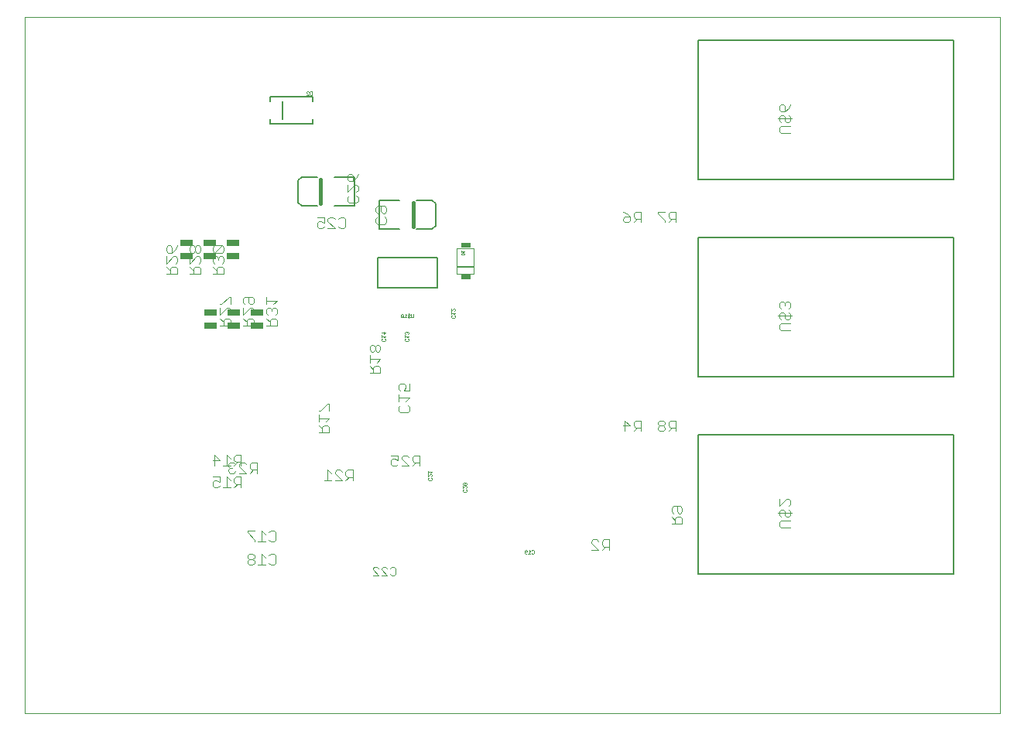
<source format=gbo>
G75*
%MOIN*%
%OFA0B0*%
%FSLAX25Y25*%
%IPPOS*%
%LPD*%
%AMOC8*
5,1,8,0,0,1.08239X$1,22.5*
%
%ADD10C,0.00000*%
%ADD11C,0.00100*%
%ADD12C,0.00400*%
%ADD13C,0.00300*%
%ADD14C,0.00800*%
%ADD15C,0.01575*%
%ADD16R,0.03937X0.02362*%
%ADD17C,0.00394*%
%ADD18R,0.07283X0.00787*%
%ADD19R,0.05512X0.02559*%
%ADD20C,0.00500*%
D10*
X0001000Y0001667D02*
X0001000Y0301667D01*
X0421000Y0301667D01*
X0421000Y0001667D01*
X0001000Y0001667D01*
D11*
X0174950Y0102547D02*
X0174950Y0103048D01*
X0175200Y0103298D01*
X0174950Y0103770D02*
X0175951Y0104771D01*
X0176201Y0104771D01*
X0176451Y0104521D01*
X0176451Y0104020D01*
X0176201Y0103770D01*
X0176201Y0103298D02*
X0176451Y0103048D01*
X0176451Y0102547D01*
X0176201Y0102297D01*
X0175200Y0102297D01*
X0174950Y0102547D01*
X0174950Y0103770D02*
X0174950Y0104771D01*
X0174950Y0105243D02*
X0174950Y0106244D01*
X0174950Y0105744D02*
X0176451Y0105744D01*
X0175951Y0105243D01*
X0189950Y0100994D02*
X0189950Y0100494D01*
X0190200Y0100243D01*
X0191201Y0101244D01*
X0190200Y0101244D01*
X0189950Y0100994D01*
X0190200Y0100243D02*
X0191201Y0100243D01*
X0191451Y0100494D01*
X0191451Y0100994D01*
X0191201Y0101244D01*
X0191201Y0099771D02*
X0191451Y0099521D01*
X0191451Y0099020D01*
X0191201Y0098770D01*
X0191201Y0098298D02*
X0191451Y0098048D01*
X0191451Y0097547D01*
X0191201Y0097297D01*
X0190200Y0097297D01*
X0189950Y0097547D01*
X0189950Y0098048D01*
X0190200Y0098298D01*
X0189950Y0098770D02*
X0190951Y0099771D01*
X0191201Y0099771D01*
X0189950Y0099771D02*
X0189950Y0098770D01*
X0216673Y0072118D02*
X0217173Y0072118D01*
X0217423Y0071868D01*
X0217423Y0071618D01*
X0217173Y0071367D01*
X0216422Y0071367D01*
X0216422Y0070867D02*
X0216422Y0071868D01*
X0216673Y0072118D01*
X0216422Y0070867D02*
X0216673Y0070617D01*
X0217173Y0070617D01*
X0217423Y0070867D01*
X0217896Y0070617D02*
X0218897Y0070617D01*
X0218396Y0070617D02*
X0218396Y0072118D01*
X0218897Y0071618D01*
X0219369Y0071868D02*
X0219619Y0072118D01*
X0220120Y0072118D01*
X0220370Y0071868D01*
X0220370Y0070867D01*
X0220120Y0070617D01*
X0219619Y0070617D01*
X0219369Y0070867D01*
X0166201Y0162297D02*
X0165200Y0162297D01*
X0164950Y0162547D01*
X0164950Y0163048D01*
X0165200Y0163298D01*
X0164950Y0163770D02*
X0164950Y0164771D01*
X0164950Y0164271D02*
X0166451Y0164271D01*
X0165951Y0163770D01*
X0166201Y0163298D02*
X0166451Y0163048D01*
X0166451Y0162547D01*
X0166201Y0162297D01*
X0166201Y0165243D02*
X0166451Y0165494D01*
X0166451Y0165994D01*
X0166201Y0166244D01*
X0165951Y0166244D01*
X0165701Y0165994D01*
X0165450Y0166244D01*
X0165200Y0166244D01*
X0164950Y0165994D01*
X0164950Y0165494D01*
X0165200Y0165243D01*
X0165701Y0165744D02*
X0165701Y0165994D01*
X0166619Y0172116D02*
X0166619Y0174118D01*
X0166369Y0173868D02*
X0166119Y0173618D01*
X0166369Y0173868D02*
X0166870Y0173868D01*
X0167120Y0173618D01*
X0167120Y0173368D01*
X0166870Y0173117D01*
X0166369Y0173117D01*
X0166119Y0172867D01*
X0166119Y0172617D01*
X0166369Y0172367D01*
X0166870Y0172367D01*
X0167120Y0172617D01*
X0167592Y0172617D02*
X0167592Y0173868D01*
X0168593Y0173868D02*
X0168593Y0172617D01*
X0168343Y0172367D01*
X0167842Y0172367D01*
X0167592Y0172617D01*
X0165647Y0172367D02*
X0164646Y0172367D01*
X0165146Y0172367D02*
X0165146Y0173868D01*
X0165647Y0173368D01*
X0164173Y0173618D02*
X0163923Y0173868D01*
X0163423Y0173868D01*
X0163172Y0173618D01*
X0164173Y0172617D01*
X0163923Y0172367D01*
X0163423Y0172367D01*
X0163172Y0172617D01*
X0163172Y0173618D01*
X0164173Y0173618D02*
X0164173Y0172617D01*
X0156451Y0165994D02*
X0155701Y0165243D01*
X0155701Y0166244D01*
X0156451Y0165994D02*
X0154950Y0165994D01*
X0154950Y0164771D02*
X0154950Y0163770D01*
X0154950Y0164271D02*
X0156451Y0164271D01*
X0155951Y0163770D01*
X0156201Y0163298D02*
X0156451Y0163048D01*
X0156451Y0162547D01*
X0156201Y0162297D01*
X0155200Y0162297D01*
X0154950Y0162547D01*
X0154950Y0163048D01*
X0155200Y0163298D01*
X0184950Y0172547D02*
X0185200Y0172297D01*
X0186201Y0172297D01*
X0186451Y0172547D01*
X0186451Y0173048D01*
X0186201Y0173298D01*
X0185951Y0173770D02*
X0186451Y0174271D01*
X0184950Y0174271D01*
X0184950Y0174771D02*
X0184950Y0173770D01*
X0185200Y0173298D02*
X0184950Y0173048D01*
X0184950Y0172547D01*
X0184950Y0175243D02*
X0185951Y0176244D01*
X0186201Y0176244D01*
X0186451Y0175994D01*
X0186451Y0175494D01*
X0186201Y0175243D01*
X0184950Y0175243D02*
X0184950Y0176244D01*
X0189259Y0199428D02*
X0189259Y0199979D01*
X0189443Y0200162D01*
X0190177Y0200162D01*
X0190360Y0199979D01*
X0190360Y0199428D01*
X0189259Y0199428D01*
X0189259Y0200533D02*
X0189259Y0201267D01*
X0189259Y0200900D02*
X0190360Y0200900D01*
X0189993Y0200533D01*
X0124950Y0268217D02*
X0124199Y0268217D01*
X0123949Y0268467D01*
X0123949Y0269468D01*
X0124199Y0269718D01*
X0124950Y0269718D01*
X0124950Y0268217D01*
X0123477Y0268217D02*
X0122476Y0269218D01*
X0122476Y0269468D01*
X0122726Y0269718D01*
X0123227Y0269718D01*
X0123477Y0269468D01*
X0123477Y0268217D02*
X0122476Y0268217D01*
D12*
X0140904Y0234144D02*
X0141672Y0234144D01*
X0142439Y0233376D01*
X0142439Y0231075D01*
X0140904Y0231075D01*
X0140137Y0231842D01*
X0140137Y0233376D01*
X0140904Y0234144D01*
X0142439Y0231075D02*
X0143974Y0232609D01*
X0144741Y0234144D01*
X0143974Y0229540D02*
X0143206Y0229540D01*
X0140137Y0226471D01*
X0140137Y0229540D01*
X0143974Y0229540D02*
X0144741Y0228773D01*
X0144741Y0227238D01*
X0143974Y0226471D01*
X0143974Y0224936D02*
X0144741Y0224169D01*
X0144741Y0222634D01*
X0143974Y0221867D01*
X0140904Y0221867D01*
X0140137Y0222634D01*
X0140137Y0224169D01*
X0140904Y0224936D01*
X0138533Y0215471D02*
X0139300Y0214703D01*
X0139300Y0211634D01*
X0138533Y0210867D01*
X0136998Y0210867D01*
X0136231Y0211634D01*
X0134696Y0210867D02*
X0131627Y0213936D01*
X0131627Y0214703D01*
X0132394Y0215471D01*
X0133929Y0215471D01*
X0134696Y0214703D01*
X0136231Y0214703D02*
X0136998Y0215471D01*
X0138533Y0215471D01*
X0134696Y0210867D02*
X0131627Y0210867D01*
X0130092Y0211634D02*
X0129325Y0210867D01*
X0127790Y0210867D01*
X0127023Y0211634D01*
X0127023Y0213169D01*
X0127790Y0213936D01*
X0128558Y0213936D01*
X0130092Y0213169D01*
X0130092Y0215471D01*
X0127023Y0215471D01*
X0152263Y0214961D02*
X0152263Y0213426D01*
X0153030Y0212659D01*
X0156100Y0212659D01*
X0156867Y0213426D01*
X0156867Y0214961D01*
X0156100Y0215728D01*
X0156100Y0217263D02*
X0155332Y0217263D01*
X0154565Y0218030D01*
X0154565Y0220332D01*
X0156100Y0220332D02*
X0156867Y0219565D01*
X0156867Y0218030D01*
X0156100Y0217263D01*
X0156100Y0220332D02*
X0153030Y0220332D01*
X0152263Y0219565D01*
X0152263Y0218030D01*
X0153030Y0217263D01*
X0153030Y0215728D02*
X0152263Y0214961D01*
X0109804Y0179609D02*
X0105200Y0179609D01*
X0105200Y0178075D02*
X0105200Y0181144D01*
X0108269Y0178075D02*
X0109804Y0179609D01*
X0109037Y0176540D02*
X0108269Y0176540D01*
X0107502Y0175773D01*
X0106735Y0176540D01*
X0105967Y0176540D01*
X0105200Y0175773D01*
X0105200Y0174238D01*
X0105967Y0173471D01*
X0105200Y0171936D02*
X0106735Y0170401D01*
X0106735Y0171169D02*
X0106735Y0168867D01*
X0105200Y0168867D02*
X0109804Y0168867D01*
X0109804Y0171169D01*
X0109037Y0171936D01*
X0107502Y0171936D01*
X0106735Y0171169D01*
X0109037Y0173471D02*
X0109804Y0174238D01*
X0109804Y0175773D01*
X0109037Y0176540D01*
X0107502Y0175773D02*
X0107502Y0175005D01*
X0099804Y0174238D02*
X0099037Y0173471D01*
X0099804Y0174238D02*
X0099804Y0175773D01*
X0099037Y0176540D01*
X0098269Y0176540D01*
X0095200Y0173471D01*
X0095200Y0176540D01*
X0095967Y0178075D02*
X0095200Y0178842D01*
X0095200Y0180376D01*
X0095967Y0181144D01*
X0099037Y0181144D01*
X0099804Y0180376D01*
X0099804Y0178842D01*
X0099037Y0178075D01*
X0098269Y0178075D01*
X0097502Y0178842D01*
X0097502Y0181144D01*
X0089804Y0181144D02*
X0089804Y0178075D01*
X0089037Y0176540D02*
X0089804Y0175773D01*
X0089804Y0174238D01*
X0089037Y0173471D01*
X0089037Y0171936D02*
X0087502Y0171936D01*
X0086735Y0171169D01*
X0086735Y0168867D01*
X0086735Y0170401D02*
X0085200Y0171936D01*
X0085200Y0173471D02*
X0088269Y0176540D01*
X0089037Y0176540D01*
X0085967Y0178075D02*
X0089037Y0181144D01*
X0089804Y0181144D01*
X0085967Y0178075D02*
X0085200Y0178075D01*
X0085200Y0176540D02*
X0085200Y0173471D01*
X0089037Y0171936D02*
X0089804Y0171169D01*
X0089804Y0168867D01*
X0085200Y0168867D01*
X0095200Y0168867D02*
X0099804Y0168867D01*
X0099804Y0171169D01*
X0099037Y0171936D01*
X0097502Y0171936D01*
X0096735Y0171169D01*
X0096735Y0168867D01*
X0096735Y0170401D02*
X0095200Y0171936D01*
X0086804Y0191055D02*
X0082200Y0191055D01*
X0083735Y0191055D02*
X0083735Y0193357D01*
X0084502Y0194124D01*
X0086037Y0194124D01*
X0086804Y0193357D01*
X0086804Y0191055D01*
X0083735Y0192589D02*
X0082200Y0194124D01*
X0082967Y0195659D02*
X0082200Y0196426D01*
X0082200Y0197961D01*
X0082967Y0198728D01*
X0083735Y0198728D01*
X0084502Y0197961D01*
X0084502Y0197193D01*
X0084502Y0197961D02*
X0085269Y0198728D01*
X0086037Y0198728D01*
X0086804Y0197961D01*
X0086804Y0196426D01*
X0086037Y0195659D01*
X0086037Y0200263D02*
X0082967Y0200263D01*
X0086037Y0203332D01*
X0082967Y0203332D01*
X0082200Y0202565D01*
X0082200Y0201030D01*
X0082967Y0200263D01*
X0086037Y0200263D02*
X0086804Y0201030D01*
X0086804Y0202565D01*
X0086037Y0203332D01*
X0076804Y0202565D02*
X0076037Y0203332D01*
X0075269Y0203332D01*
X0074502Y0202565D01*
X0074502Y0201030D01*
X0075269Y0200263D01*
X0076037Y0200263D01*
X0076804Y0201030D01*
X0076804Y0202565D01*
X0074502Y0202565D02*
X0073735Y0203332D01*
X0072967Y0203332D01*
X0072200Y0202565D01*
X0072200Y0201030D01*
X0072967Y0200263D01*
X0073735Y0200263D01*
X0074502Y0201030D01*
X0075269Y0198728D02*
X0076037Y0198728D01*
X0076804Y0197961D01*
X0076804Y0196426D01*
X0076037Y0195659D01*
X0076037Y0194124D02*
X0074502Y0194124D01*
X0073735Y0193357D01*
X0073735Y0191055D01*
X0073735Y0192589D02*
X0072200Y0194124D01*
X0072200Y0195659D02*
X0075269Y0198728D01*
X0072200Y0198728D02*
X0072200Y0195659D01*
X0076037Y0194124D02*
X0076804Y0193357D01*
X0076804Y0191055D01*
X0072200Y0191055D01*
X0066804Y0191055D02*
X0066804Y0193357D01*
X0066037Y0194124D01*
X0064502Y0194124D01*
X0063735Y0193357D01*
X0063735Y0191055D01*
X0063735Y0192589D02*
X0062200Y0194124D01*
X0062200Y0195659D02*
X0065269Y0198728D01*
X0066037Y0198728D01*
X0066804Y0197961D01*
X0066804Y0196426D01*
X0066037Y0195659D01*
X0062200Y0195659D02*
X0062200Y0198728D01*
X0062967Y0200263D02*
X0062200Y0201030D01*
X0062200Y0202565D01*
X0062967Y0203332D01*
X0063735Y0203332D01*
X0064502Y0202565D01*
X0064502Y0200263D01*
X0062967Y0200263D01*
X0064502Y0200263D02*
X0066037Y0201797D01*
X0066804Y0203332D01*
X0066804Y0191055D02*
X0062200Y0191055D01*
X0128467Y0132013D02*
X0131537Y0135082D01*
X0132304Y0135082D01*
X0132304Y0132013D01*
X0132304Y0128943D02*
X0127700Y0128943D01*
X0127700Y0127409D02*
X0127700Y0130478D01*
X0127700Y0132013D02*
X0128467Y0132013D01*
X0132304Y0128943D02*
X0130769Y0127409D01*
X0130002Y0125874D02*
X0129235Y0125107D01*
X0129235Y0122805D01*
X0129235Y0124339D02*
X0127700Y0125874D01*
X0130002Y0125874D02*
X0131537Y0125874D01*
X0132304Y0125107D01*
X0132304Y0122805D01*
X0127700Y0122805D01*
X0131619Y0106721D02*
X0131619Y0102117D01*
X0130085Y0102117D02*
X0133154Y0102117D01*
X0134689Y0102117D02*
X0137758Y0102117D01*
X0134689Y0105186D01*
X0134689Y0105953D01*
X0135456Y0106721D01*
X0136991Y0106721D01*
X0137758Y0105953D01*
X0139293Y0105953D02*
X0139293Y0104419D01*
X0140060Y0103651D01*
X0142362Y0103651D01*
X0142362Y0102117D02*
X0142362Y0106721D01*
X0140060Y0106721D01*
X0139293Y0105953D01*
X0140827Y0103651D02*
X0139293Y0102117D01*
X0133154Y0105186D02*
X0131619Y0106721D01*
X0158835Y0109134D02*
X0159602Y0108367D01*
X0161137Y0108367D01*
X0161904Y0109134D01*
X0161904Y0110669D02*
X0160369Y0111436D01*
X0159602Y0111436D01*
X0158835Y0110669D01*
X0158835Y0109134D01*
X0161904Y0110669D02*
X0161904Y0112971D01*
X0158835Y0112971D01*
X0163439Y0112203D02*
X0163439Y0111436D01*
X0166508Y0108367D01*
X0163439Y0108367D01*
X0168043Y0108367D02*
X0169577Y0109901D01*
X0168810Y0109901D02*
X0171112Y0109901D01*
X0171112Y0108367D02*
X0171112Y0112971D01*
X0168810Y0112971D01*
X0168043Y0112203D01*
X0168043Y0110669D01*
X0168810Y0109901D01*
X0166508Y0112203D02*
X0165741Y0112971D01*
X0164206Y0112971D01*
X0163439Y0112203D01*
X0162967Y0131555D02*
X0162200Y0132322D01*
X0162200Y0133857D01*
X0162967Y0134624D01*
X0162200Y0136159D02*
X0162200Y0139228D01*
X0162200Y0137693D02*
X0166804Y0137693D01*
X0165269Y0136159D01*
X0166037Y0134624D02*
X0166804Y0133857D01*
X0166804Y0132322D01*
X0166037Y0131555D01*
X0162967Y0131555D01*
X0162967Y0140763D02*
X0162200Y0141530D01*
X0162200Y0143065D01*
X0162967Y0143832D01*
X0164502Y0143832D01*
X0165269Y0143065D01*
X0165269Y0142297D01*
X0164502Y0140763D01*
X0166804Y0140763D01*
X0166804Y0143832D01*
X0154304Y0148367D02*
X0154304Y0150669D01*
X0153537Y0151436D01*
X0152002Y0151436D01*
X0151235Y0150669D01*
X0151235Y0148367D01*
X0151235Y0149901D02*
X0149700Y0151436D01*
X0149700Y0152971D02*
X0149700Y0156040D01*
X0149700Y0154505D02*
X0154304Y0154505D01*
X0152769Y0152971D01*
X0154304Y0148367D02*
X0149700Y0148367D01*
X0150467Y0157575D02*
X0151235Y0157575D01*
X0152002Y0158342D01*
X0152002Y0159876D01*
X0151235Y0160644D01*
X0150467Y0160644D01*
X0149700Y0159876D01*
X0149700Y0158342D01*
X0150467Y0157575D01*
X0152002Y0158342D02*
X0152769Y0157575D01*
X0153537Y0157575D01*
X0154304Y0158342D01*
X0154304Y0159876D01*
X0153537Y0160644D01*
X0152769Y0160644D01*
X0152002Y0159876D01*
X0094300Y0113096D02*
X0091998Y0113096D01*
X0091231Y0112328D01*
X0091231Y0110794D01*
X0091998Y0110026D01*
X0094300Y0110026D01*
X0094206Y0109846D02*
X0095741Y0109846D01*
X0096508Y0109078D01*
X0098043Y0109078D02*
X0098043Y0107544D01*
X0098810Y0106776D01*
X0101112Y0106776D01*
X0101112Y0105242D02*
X0101112Y0109846D01*
X0098810Y0109846D01*
X0098043Y0109078D01*
X0099577Y0106776D02*
X0098043Y0105242D01*
X0096508Y0105242D02*
X0093439Y0108311D01*
X0093439Y0109078D01*
X0094206Y0109846D01*
X0094300Y0108492D02*
X0094300Y0113096D01*
X0092765Y0110026D02*
X0091231Y0108492D01*
X0091904Y0109078D02*
X0091137Y0109846D01*
X0089602Y0109846D01*
X0088835Y0109078D01*
X0088835Y0108311D01*
X0089602Y0107544D01*
X0088835Y0106776D01*
X0088835Y0106009D01*
X0089602Y0105242D01*
X0091137Y0105242D01*
X0091904Y0106009D01*
X0093439Y0105242D02*
X0096508Y0105242D01*
X0094300Y0103721D02*
X0091998Y0103721D01*
X0091231Y0102953D01*
X0091231Y0101419D01*
X0091998Y0100651D01*
X0094300Y0100651D01*
X0094300Y0099117D02*
X0094300Y0103721D01*
X0092765Y0100651D02*
X0091231Y0099117D01*
X0089696Y0099117D02*
X0086627Y0099117D01*
X0088161Y0099117D02*
X0088161Y0103721D01*
X0089696Y0102186D01*
X0085092Y0101419D02*
X0085092Y0103721D01*
X0082023Y0103721D01*
X0082790Y0102186D02*
X0082023Y0101419D01*
X0082023Y0099884D01*
X0082790Y0099117D01*
X0084325Y0099117D01*
X0085092Y0099884D01*
X0085092Y0101419D02*
X0083558Y0102186D01*
X0082790Y0102186D01*
X0082790Y0108492D02*
X0082790Y0113096D01*
X0085092Y0110794D01*
X0082023Y0110794D01*
X0086627Y0108492D02*
X0089696Y0108492D01*
X0089602Y0107544D02*
X0090369Y0107544D01*
X0088161Y0108492D02*
X0088161Y0113096D01*
X0089696Y0111561D01*
X0097023Y0080471D02*
X0097023Y0079703D01*
X0100092Y0076634D01*
X0100092Y0075867D01*
X0101627Y0075867D02*
X0104696Y0075867D01*
X0103161Y0075867D02*
X0103161Y0080471D01*
X0104696Y0078936D01*
X0106231Y0079703D02*
X0106998Y0080471D01*
X0108533Y0080471D01*
X0109300Y0079703D01*
X0109300Y0076634D01*
X0108533Y0075867D01*
X0106998Y0075867D01*
X0106231Y0076634D01*
X0106998Y0070471D02*
X0108533Y0070471D01*
X0109300Y0069703D01*
X0109300Y0066634D01*
X0108533Y0065867D01*
X0106998Y0065867D01*
X0106231Y0066634D01*
X0104696Y0065867D02*
X0101627Y0065867D01*
X0103161Y0065867D02*
X0103161Y0070471D01*
X0104696Y0068936D01*
X0106231Y0069703D02*
X0106998Y0070471D01*
X0100092Y0069703D02*
X0100092Y0068936D01*
X0099325Y0068169D01*
X0097790Y0068169D01*
X0097023Y0067401D01*
X0097023Y0066634D01*
X0097790Y0065867D01*
X0099325Y0065867D01*
X0100092Y0066634D01*
X0100092Y0067401D01*
X0099325Y0068169D01*
X0097790Y0068169D02*
X0097023Y0068936D01*
X0097023Y0069703D01*
X0097790Y0070471D01*
X0099325Y0070471D01*
X0100092Y0069703D01*
X0100092Y0080471D02*
X0097023Y0080471D01*
X0245085Y0075953D02*
X0245085Y0075186D01*
X0248154Y0072117D01*
X0245085Y0072117D01*
X0249689Y0072117D02*
X0251223Y0073651D01*
X0250456Y0073651D02*
X0252758Y0073651D01*
X0252758Y0072117D02*
X0252758Y0076721D01*
X0250456Y0076721D01*
X0249689Y0075953D01*
X0249689Y0074419D01*
X0250456Y0073651D01*
X0248154Y0075953D02*
X0247387Y0076721D01*
X0245852Y0076721D01*
X0245085Y0075953D01*
X0279700Y0083367D02*
X0284304Y0083367D01*
X0284304Y0085669D01*
X0283537Y0086436D01*
X0282002Y0086436D01*
X0281235Y0085669D01*
X0281235Y0083367D01*
X0281235Y0084901D02*
X0279700Y0086436D01*
X0280467Y0087971D02*
X0279700Y0088738D01*
X0279700Y0090273D01*
X0280467Y0091040D01*
X0283537Y0091040D01*
X0284304Y0090273D01*
X0284304Y0088738D01*
X0283537Y0087971D01*
X0282769Y0087971D01*
X0282002Y0088738D01*
X0282002Y0091040D01*
X0281508Y0123367D02*
X0281508Y0127971D01*
X0279206Y0127971D01*
X0278439Y0127203D01*
X0278439Y0125669D01*
X0279206Y0124901D01*
X0281508Y0124901D01*
X0279973Y0124901D02*
X0278439Y0123367D01*
X0276904Y0124134D02*
X0276137Y0123367D01*
X0274602Y0123367D01*
X0273835Y0124134D01*
X0273835Y0124901D01*
X0274602Y0125669D01*
X0276137Y0125669D01*
X0276904Y0126436D01*
X0276904Y0127203D01*
X0276137Y0127971D01*
X0274602Y0127971D01*
X0273835Y0127203D01*
X0273835Y0126436D01*
X0274602Y0125669D01*
X0276137Y0125669D02*
X0276904Y0124901D01*
X0276904Y0124134D01*
X0266508Y0123367D02*
X0266508Y0127971D01*
X0264206Y0127971D01*
X0263439Y0127203D01*
X0263439Y0125669D01*
X0264206Y0124901D01*
X0266508Y0124901D01*
X0264973Y0124901D02*
X0263439Y0123367D01*
X0261904Y0125669D02*
X0258835Y0125669D01*
X0259602Y0123367D02*
X0259602Y0127971D01*
X0261904Y0125669D01*
X0326200Y0094144D02*
X0326200Y0091075D01*
X0329269Y0094144D01*
X0330037Y0094144D01*
X0330804Y0093376D01*
X0330804Y0091842D01*
X0330037Y0091075D01*
X0330037Y0089540D02*
X0330804Y0088773D01*
X0330804Y0087238D01*
X0330037Y0086471D01*
X0329269Y0086471D01*
X0328502Y0087238D01*
X0328502Y0088773D01*
X0327735Y0089540D01*
X0326967Y0089540D01*
X0326200Y0088773D01*
X0326200Y0087238D01*
X0326967Y0086471D01*
X0326967Y0084936D02*
X0330804Y0084936D01*
X0330804Y0081867D02*
X0326967Y0081867D01*
X0326200Y0082634D01*
X0326200Y0084169D01*
X0326967Y0084936D01*
X0325433Y0088005D02*
X0331571Y0088005D01*
X0330804Y0166867D02*
X0326967Y0166867D01*
X0326200Y0167634D01*
X0326200Y0169169D01*
X0326967Y0169936D01*
X0330804Y0169936D01*
X0330037Y0171471D02*
X0330804Y0172238D01*
X0330804Y0173773D01*
X0330037Y0174540D01*
X0330037Y0176075D02*
X0330804Y0176842D01*
X0330804Y0178376D01*
X0330037Y0179144D01*
X0329269Y0179144D01*
X0328502Y0178376D01*
X0327735Y0179144D01*
X0326967Y0179144D01*
X0326200Y0178376D01*
X0326200Y0176842D01*
X0326967Y0176075D01*
X0326967Y0174540D02*
X0327735Y0174540D01*
X0328502Y0173773D01*
X0328502Y0172238D01*
X0329269Y0171471D01*
X0330037Y0171471D01*
X0331571Y0173005D02*
X0325433Y0173005D01*
X0326200Y0172238D02*
X0326200Y0173773D01*
X0326967Y0174540D01*
X0326200Y0172238D02*
X0326967Y0171471D01*
X0328502Y0177609D02*
X0328502Y0178376D01*
X0281508Y0213367D02*
X0281508Y0217971D01*
X0279206Y0217971D01*
X0278439Y0217203D01*
X0278439Y0215669D01*
X0279206Y0214901D01*
X0281508Y0214901D01*
X0279973Y0214901D02*
X0278439Y0213367D01*
X0276904Y0213367D02*
X0276904Y0214134D01*
X0273835Y0217203D01*
X0273835Y0217971D01*
X0276904Y0217971D01*
X0266508Y0217971D02*
X0266508Y0213367D01*
X0266508Y0214901D02*
X0264206Y0214901D01*
X0263439Y0215669D01*
X0263439Y0217203D01*
X0264206Y0217971D01*
X0266508Y0217971D01*
X0264973Y0214901D02*
X0263439Y0213367D01*
X0261904Y0214134D02*
X0261137Y0213367D01*
X0259602Y0213367D01*
X0258835Y0214134D01*
X0258835Y0214901D01*
X0259602Y0215669D01*
X0261904Y0215669D01*
X0261904Y0214134D01*
X0261904Y0215669D02*
X0260369Y0217203D01*
X0258835Y0217971D01*
X0326200Y0252634D02*
X0326200Y0254169D01*
X0326967Y0254936D01*
X0330804Y0254936D01*
X0330037Y0256471D02*
X0330804Y0257238D01*
X0330804Y0258773D01*
X0330037Y0259540D01*
X0328502Y0258773D02*
X0328502Y0257238D01*
X0329269Y0256471D01*
X0330037Y0256471D01*
X0331571Y0258005D02*
X0325433Y0258005D01*
X0326200Y0257238D02*
X0326200Y0258773D01*
X0326967Y0259540D01*
X0327735Y0259540D01*
X0328502Y0258773D01*
X0328502Y0261075D02*
X0328502Y0263376D01*
X0327735Y0264144D01*
X0326967Y0264144D01*
X0326200Y0263376D01*
X0326200Y0261842D01*
X0326967Y0261075D01*
X0328502Y0261075D01*
X0330037Y0262609D01*
X0330804Y0264144D01*
X0326200Y0257238D02*
X0326967Y0256471D01*
X0326200Y0252634D02*
X0326967Y0251867D01*
X0330804Y0251867D01*
D13*
X0160259Y0064906D02*
X0160876Y0064288D01*
X0160876Y0061820D01*
X0160259Y0061202D01*
X0159024Y0061202D01*
X0158407Y0061820D01*
X0157193Y0061202D02*
X0154724Y0063671D01*
X0154724Y0064288D01*
X0155341Y0064906D01*
X0156575Y0064906D01*
X0157193Y0064288D01*
X0158407Y0064288D02*
X0159024Y0064906D01*
X0160259Y0064906D01*
X0157193Y0061202D02*
X0154724Y0061202D01*
X0153510Y0061202D02*
X0151041Y0063671D01*
X0151041Y0064288D01*
X0151658Y0064906D01*
X0152892Y0064906D01*
X0153510Y0064288D01*
X0153510Y0061202D02*
X0151041Y0061202D01*
D14*
X0153100Y0185167D02*
X0178900Y0185167D01*
X0178900Y0198167D01*
X0153100Y0198167D01*
X0153100Y0185167D01*
X0153795Y0210564D02*
X0162457Y0210564D01*
X0169937Y0210564D02*
X0176630Y0210564D01*
X0178205Y0211745D01*
X0178205Y0221391D01*
X0176630Y0222769D01*
X0169937Y0222769D01*
X0162457Y0222966D02*
X0153795Y0222966D01*
X0153795Y0210564D01*
X0143205Y0220367D02*
X0143205Y0232769D01*
X0134543Y0232769D01*
X0127063Y0232769D02*
X0120370Y0232769D01*
X0118795Y0231588D01*
X0118795Y0221942D01*
X0120370Y0220564D01*
X0127063Y0220564D01*
X0134543Y0220367D02*
X0143205Y0220367D01*
X0125055Y0255958D02*
X0106945Y0255958D01*
X0106945Y0257730D01*
X0112063Y0257730D02*
X0112063Y0265604D01*
X0106945Y0265604D02*
X0106945Y0267375D01*
X0125055Y0267375D01*
X0125055Y0265604D01*
X0125055Y0257730D02*
X0125055Y0255958D01*
D15*
X0128602Y0231828D02*
X0128602Y0221604D01*
X0168398Y0221730D02*
X0168398Y0211505D01*
D16*
X0191000Y0203360D03*
X0191000Y0189974D03*
D17*
X0194543Y0191155D02*
X0187260Y0191155D01*
X0187260Y0202178D01*
X0194543Y0202178D01*
X0194543Y0191155D01*
D18*
X0190902Y0194108D03*
D19*
X0101006Y0174546D03*
X0101006Y0168746D03*
X0091006Y0168746D03*
X0091006Y0174546D03*
X0081006Y0174546D03*
X0081006Y0168746D03*
X0080994Y0198787D03*
X0080994Y0204587D03*
X0090994Y0204587D03*
X0090994Y0198787D03*
X0070994Y0198787D03*
X0070994Y0204587D03*
D20*
X0291000Y0206667D02*
X0291000Y0146667D01*
X0401000Y0146667D01*
X0401000Y0206667D01*
X0291000Y0206667D01*
X0291000Y0231667D02*
X0401000Y0231667D01*
X0401000Y0291667D01*
X0291000Y0291667D01*
X0291000Y0231667D01*
X0291000Y0121667D02*
X0291000Y0061667D01*
X0401000Y0061667D01*
X0401000Y0121667D01*
X0291000Y0121667D01*
M02*

</source>
